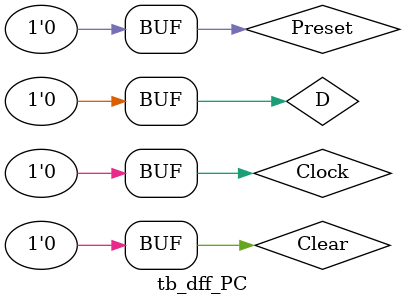
<source format=v>
`timescale 1ns / 1ps


module tb_dff_PC();
reg D;
reg Preset;
reg Clear;
reg Clock;
wire Q;

dff_PC dff_PC_instant(
    .clk(Clock),
    .d(D),
    .preset(Preset),
    .clear(Clear),
    .q(Q));
    
initial
    begin
        D = 1'bx;
        Clock = 0;
    end
    
always
    begin
        Clock = 1'b1;
        #20;
        
        Clock = 1'b0;
        #20;
    end
    
 always
    begin
        #20 D = 1'b1; Preset = 1'b1; Clear = 1'b0;
        #20 D = 1'b1; Preset = 1'b0; Clear = 1'b1;
        #20 D = 1'b0; Preset = 1'b0; Clear = 1'b0;
    end
endmodule

</source>
